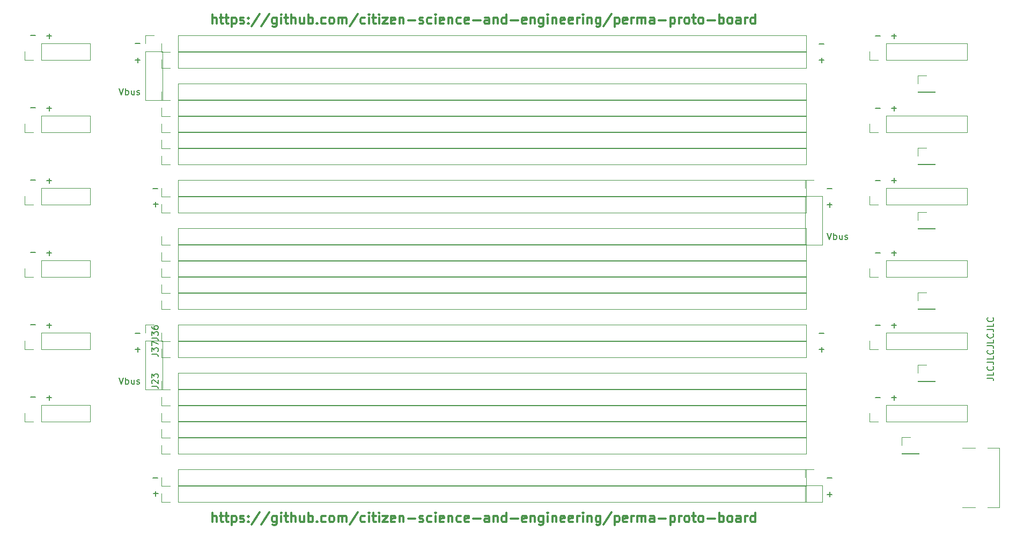
<source format=gbr>
%TF.GenerationSoftware,KiCad,Pcbnew,(6.0.1)*%
%TF.CreationDate,2022-02-23T08:47:03+13:00*%
%TF.ProjectId,perma-proto-board,7065726d-612d-4707-926f-746f2d626f61,rev?*%
%TF.SameCoordinates,Original*%
%TF.FileFunction,Legend,Top*%
%TF.FilePolarity,Positive*%
%FSLAX46Y46*%
G04 Gerber Fmt 4.6, Leading zero omitted, Abs format (unit mm)*
G04 Created by KiCad (PCBNEW (6.0.1)) date 2022-02-23 08:47:03*
%MOMM*%
%LPD*%
G01*
G04 APERTURE LIST*
%ADD10C,0.150000*%
%ADD11C,0.300000*%
%ADD12C,0.120000*%
G04 APERTURE END LIST*
D10*
X200112380Y-85899047D02*
X200826666Y-85899047D01*
X200969523Y-85946666D01*
X201064761Y-86041904D01*
X201112380Y-86184761D01*
X201112380Y-86280000D01*
X201112380Y-84946666D02*
X201112380Y-85422857D01*
X200112380Y-85422857D01*
X201017142Y-84041904D02*
X201064761Y-84089523D01*
X201112380Y-84232380D01*
X201112380Y-84327619D01*
X201064761Y-84470476D01*
X200969523Y-84565714D01*
X200874285Y-84613333D01*
X200683809Y-84660952D01*
X200540952Y-84660952D01*
X200350476Y-84613333D01*
X200255238Y-84565714D01*
X200160000Y-84470476D01*
X200112380Y-84327619D01*
X200112380Y-84232380D01*
X200160000Y-84089523D01*
X200207619Y-84041904D01*
X200112380Y-83327619D02*
X200826666Y-83327619D01*
X200969523Y-83375238D01*
X201064761Y-83470476D01*
X201112380Y-83613333D01*
X201112380Y-83708571D01*
X201112380Y-82375238D02*
X201112380Y-82851428D01*
X200112380Y-82851428D01*
X201017142Y-81470476D02*
X201064761Y-81518095D01*
X201112380Y-81660952D01*
X201112380Y-81756190D01*
X201064761Y-81899047D01*
X200969523Y-81994285D01*
X200874285Y-82041904D01*
X200683809Y-82089523D01*
X200540952Y-82089523D01*
X200350476Y-82041904D01*
X200255238Y-81994285D01*
X200160000Y-81899047D01*
X200112380Y-81756190D01*
X200112380Y-81660952D01*
X200160000Y-81518095D01*
X200207619Y-81470476D01*
X200112380Y-80756190D02*
X200826666Y-80756190D01*
X200969523Y-80803809D01*
X201064761Y-80899047D01*
X201112380Y-81041904D01*
X201112380Y-81137142D01*
X201112380Y-79803809D02*
X201112380Y-80280000D01*
X200112380Y-80280000D01*
X201017142Y-78899047D02*
X201064761Y-78946666D01*
X201112380Y-79089523D01*
X201112380Y-79184761D01*
X201064761Y-79327619D01*
X200969523Y-79422857D01*
X200874285Y-79470476D01*
X200683809Y-79518095D01*
X200540952Y-79518095D01*
X200350476Y-79470476D01*
X200255238Y-79422857D01*
X200160000Y-79327619D01*
X200112380Y-79184761D01*
X200112380Y-79089523D01*
X200160000Y-78946666D01*
X200207619Y-78899047D01*
X200112380Y-78184761D02*
X200826666Y-78184761D01*
X200969523Y-78232380D01*
X201064761Y-78327619D01*
X201112380Y-78470476D01*
X201112380Y-78565714D01*
X201112380Y-77232380D02*
X201112380Y-77708571D01*
X200112380Y-77708571D01*
X201017142Y-76327619D02*
X201064761Y-76375238D01*
X201112380Y-76518095D01*
X201112380Y-76613333D01*
X201064761Y-76756190D01*
X200969523Y-76851428D01*
X200874285Y-76899047D01*
X200683809Y-76946666D01*
X200540952Y-76946666D01*
X200350476Y-76899047D01*
X200255238Y-76851428D01*
X200160000Y-76756190D01*
X200112380Y-76613333D01*
X200112380Y-76518095D01*
X200160000Y-76375238D01*
X200207619Y-76327619D01*
D11*
X77828571Y-108628571D02*
X77828571Y-107128571D01*
X78471428Y-108628571D02*
X78471428Y-107842857D01*
X78400000Y-107700000D01*
X78257142Y-107628571D01*
X78042857Y-107628571D01*
X77900000Y-107700000D01*
X77828571Y-107771428D01*
X78971428Y-107628571D02*
X79542857Y-107628571D01*
X79185714Y-107128571D02*
X79185714Y-108414285D01*
X79257142Y-108557142D01*
X79400000Y-108628571D01*
X79542857Y-108628571D01*
X79828571Y-107628571D02*
X80400000Y-107628571D01*
X80042857Y-107128571D02*
X80042857Y-108414285D01*
X80114285Y-108557142D01*
X80257142Y-108628571D01*
X80400000Y-108628571D01*
X80900000Y-107628571D02*
X80900000Y-109128571D01*
X80900000Y-107700000D02*
X81042857Y-107628571D01*
X81328571Y-107628571D01*
X81471428Y-107700000D01*
X81542857Y-107771428D01*
X81614285Y-107914285D01*
X81614285Y-108342857D01*
X81542857Y-108485714D01*
X81471428Y-108557142D01*
X81328571Y-108628571D01*
X81042857Y-108628571D01*
X80900000Y-108557142D01*
X82185714Y-108557142D02*
X82328571Y-108628571D01*
X82614285Y-108628571D01*
X82757142Y-108557142D01*
X82828571Y-108414285D01*
X82828571Y-108342857D01*
X82757142Y-108200000D01*
X82614285Y-108128571D01*
X82400000Y-108128571D01*
X82257142Y-108057142D01*
X82185714Y-107914285D01*
X82185714Y-107842857D01*
X82257142Y-107700000D01*
X82400000Y-107628571D01*
X82614285Y-107628571D01*
X82757142Y-107700000D01*
X83471428Y-108485714D02*
X83542857Y-108557142D01*
X83471428Y-108628571D01*
X83400000Y-108557142D01*
X83471428Y-108485714D01*
X83471428Y-108628571D01*
X83471428Y-107700000D02*
X83542857Y-107771428D01*
X83471428Y-107842857D01*
X83400000Y-107771428D01*
X83471428Y-107700000D01*
X83471428Y-107842857D01*
X85257142Y-107057142D02*
X83971428Y-108985714D01*
X86828571Y-107057142D02*
X85542857Y-108985714D01*
X87971428Y-107628571D02*
X87971428Y-108842857D01*
X87900000Y-108985714D01*
X87828571Y-109057142D01*
X87685714Y-109128571D01*
X87471428Y-109128571D01*
X87328571Y-109057142D01*
X87971428Y-108557142D02*
X87828571Y-108628571D01*
X87542857Y-108628571D01*
X87400000Y-108557142D01*
X87328571Y-108485714D01*
X87257142Y-108342857D01*
X87257142Y-107914285D01*
X87328571Y-107771428D01*
X87400000Y-107700000D01*
X87542857Y-107628571D01*
X87828571Y-107628571D01*
X87971428Y-107700000D01*
X88685714Y-108628571D02*
X88685714Y-107628571D01*
X88685714Y-107128571D02*
X88614285Y-107200000D01*
X88685714Y-107271428D01*
X88757142Y-107200000D01*
X88685714Y-107128571D01*
X88685714Y-107271428D01*
X89185714Y-107628571D02*
X89757142Y-107628571D01*
X89400000Y-107128571D02*
X89400000Y-108414285D01*
X89471428Y-108557142D01*
X89614285Y-108628571D01*
X89757142Y-108628571D01*
X90257142Y-108628571D02*
X90257142Y-107128571D01*
X90900000Y-108628571D02*
X90900000Y-107842857D01*
X90828571Y-107700000D01*
X90685714Y-107628571D01*
X90471428Y-107628571D01*
X90328571Y-107700000D01*
X90257142Y-107771428D01*
X92257142Y-107628571D02*
X92257142Y-108628571D01*
X91614285Y-107628571D02*
X91614285Y-108414285D01*
X91685714Y-108557142D01*
X91828571Y-108628571D01*
X92042857Y-108628571D01*
X92185714Y-108557142D01*
X92257142Y-108485714D01*
X92971428Y-108628571D02*
X92971428Y-107128571D01*
X92971428Y-107700000D02*
X93114285Y-107628571D01*
X93400000Y-107628571D01*
X93542857Y-107700000D01*
X93614285Y-107771428D01*
X93685714Y-107914285D01*
X93685714Y-108342857D01*
X93614285Y-108485714D01*
X93542857Y-108557142D01*
X93400000Y-108628571D01*
X93114285Y-108628571D01*
X92971428Y-108557142D01*
X94328571Y-108485714D02*
X94400000Y-108557142D01*
X94328571Y-108628571D01*
X94257142Y-108557142D01*
X94328571Y-108485714D01*
X94328571Y-108628571D01*
X95685714Y-108557142D02*
X95542857Y-108628571D01*
X95257142Y-108628571D01*
X95114285Y-108557142D01*
X95042857Y-108485714D01*
X94971428Y-108342857D01*
X94971428Y-107914285D01*
X95042857Y-107771428D01*
X95114285Y-107700000D01*
X95257142Y-107628571D01*
X95542857Y-107628571D01*
X95685714Y-107700000D01*
X96542857Y-108628571D02*
X96400000Y-108557142D01*
X96328571Y-108485714D01*
X96257142Y-108342857D01*
X96257142Y-107914285D01*
X96328571Y-107771428D01*
X96400000Y-107700000D01*
X96542857Y-107628571D01*
X96757142Y-107628571D01*
X96900000Y-107700000D01*
X96971428Y-107771428D01*
X97042857Y-107914285D01*
X97042857Y-108342857D01*
X96971428Y-108485714D01*
X96900000Y-108557142D01*
X96757142Y-108628571D01*
X96542857Y-108628571D01*
X97685714Y-108628571D02*
X97685714Y-107628571D01*
X97685714Y-107771428D02*
X97757142Y-107700000D01*
X97900000Y-107628571D01*
X98114285Y-107628571D01*
X98257142Y-107700000D01*
X98328571Y-107842857D01*
X98328571Y-108628571D01*
X98328571Y-107842857D02*
X98400000Y-107700000D01*
X98542857Y-107628571D01*
X98757142Y-107628571D01*
X98900000Y-107700000D01*
X98971428Y-107842857D01*
X98971428Y-108628571D01*
X100757142Y-107057142D02*
X99471428Y-108985714D01*
X101900000Y-108557142D02*
X101757142Y-108628571D01*
X101471428Y-108628571D01*
X101328571Y-108557142D01*
X101257142Y-108485714D01*
X101185714Y-108342857D01*
X101185714Y-107914285D01*
X101257142Y-107771428D01*
X101328571Y-107700000D01*
X101471428Y-107628571D01*
X101757142Y-107628571D01*
X101900000Y-107700000D01*
X102542857Y-108628571D02*
X102542857Y-107628571D01*
X102542857Y-107128571D02*
X102471428Y-107200000D01*
X102542857Y-107271428D01*
X102614285Y-107200000D01*
X102542857Y-107128571D01*
X102542857Y-107271428D01*
X103042857Y-107628571D02*
X103614285Y-107628571D01*
X103257142Y-107128571D02*
X103257142Y-108414285D01*
X103328571Y-108557142D01*
X103471428Y-108628571D01*
X103614285Y-108628571D01*
X104114285Y-108628571D02*
X104114285Y-107628571D01*
X104114285Y-107128571D02*
X104042857Y-107200000D01*
X104114285Y-107271428D01*
X104185714Y-107200000D01*
X104114285Y-107128571D01*
X104114285Y-107271428D01*
X104685714Y-107628571D02*
X105471428Y-107628571D01*
X104685714Y-108628571D01*
X105471428Y-108628571D01*
X106614285Y-108557142D02*
X106471428Y-108628571D01*
X106185714Y-108628571D01*
X106042857Y-108557142D01*
X105971428Y-108414285D01*
X105971428Y-107842857D01*
X106042857Y-107700000D01*
X106185714Y-107628571D01*
X106471428Y-107628571D01*
X106614285Y-107700000D01*
X106685714Y-107842857D01*
X106685714Y-107985714D01*
X105971428Y-108128571D01*
X107328571Y-107628571D02*
X107328571Y-108628571D01*
X107328571Y-107771428D02*
X107400000Y-107700000D01*
X107542857Y-107628571D01*
X107757142Y-107628571D01*
X107900000Y-107700000D01*
X107971428Y-107842857D01*
X107971428Y-108628571D01*
X108685714Y-108057142D02*
X109828571Y-108057142D01*
X110471428Y-108557142D02*
X110614285Y-108628571D01*
X110900000Y-108628571D01*
X111042857Y-108557142D01*
X111114285Y-108414285D01*
X111114285Y-108342857D01*
X111042857Y-108200000D01*
X110900000Y-108128571D01*
X110685714Y-108128571D01*
X110542857Y-108057142D01*
X110471428Y-107914285D01*
X110471428Y-107842857D01*
X110542857Y-107700000D01*
X110685714Y-107628571D01*
X110900000Y-107628571D01*
X111042857Y-107700000D01*
X112400000Y-108557142D02*
X112257142Y-108628571D01*
X111971428Y-108628571D01*
X111828571Y-108557142D01*
X111757142Y-108485714D01*
X111685714Y-108342857D01*
X111685714Y-107914285D01*
X111757142Y-107771428D01*
X111828571Y-107700000D01*
X111971428Y-107628571D01*
X112257142Y-107628571D01*
X112400000Y-107700000D01*
X113042857Y-108628571D02*
X113042857Y-107628571D01*
X113042857Y-107128571D02*
X112971428Y-107200000D01*
X113042857Y-107271428D01*
X113114285Y-107200000D01*
X113042857Y-107128571D01*
X113042857Y-107271428D01*
X114328571Y-108557142D02*
X114185714Y-108628571D01*
X113900000Y-108628571D01*
X113757142Y-108557142D01*
X113685714Y-108414285D01*
X113685714Y-107842857D01*
X113757142Y-107700000D01*
X113900000Y-107628571D01*
X114185714Y-107628571D01*
X114328571Y-107700000D01*
X114400000Y-107842857D01*
X114400000Y-107985714D01*
X113685714Y-108128571D01*
X115042857Y-107628571D02*
X115042857Y-108628571D01*
X115042857Y-107771428D02*
X115114285Y-107700000D01*
X115257142Y-107628571D01*
X115471428Y-107628571D01*
X115614285Y-107700000D01*
X115685714Y-107842857D01*
X115685714Y-108628571D01*
X117042857Y-108557142D02*
X116900000Y-108628571D01*
X116614285Y-108628571D01*
X116471428Y-108557142D01*
X116400000Y-108485714D01*
X116328571Y-108342857D01*
X116328571Y-107914285D01*
X116400000Y-107771428D01*
X116471428Y-107700000D01*
X116614285Y-107628571D01*
X116900000Y-107628571D01*
X117042857Y-107700000D01*
X118257142Y-108557142D02*
X118114285Y-108628571D01*
X117828571Y-108628571D01*
X117685714Y-108557142D01*
X117614285Y-108414285D01*
X117614285Y-107842857D01*
X117685714Y-107700000D01*
X117828571Y-107628571D01*
X118114285Y-107628571D01*
X118257142Y-107700000D01*
X118328571Y-107842857D01*
X118328571Y-107985714D01*
X117614285Y-108128571D01*
X118971428Y-108057142D02*
X120114285Y-108057142D01*
X121471428Y-108628571D02*
X121471428Y-107842857D01*
X121399999Y-107700000D01*
X121257142Y-107628571D01*
X120971428Y-107628571D01*
X120828571Y-107700000D01*
X121471428Y-108557142D02*
X121328571Y-108628571D01*
X120971428Y-108628571D01*
X120828571Y-108557142D01*
X120757142Y-108414285D01*
X120757142Y-108271428D01*
X120828571Y-108128571D01*
X120971428Y-108057142D01*
X121328571Y-108057142D01*
X121471428Y-107985714D01*
X122185714Y-107628571D02*
X122185714Y-108628571D01*
X122185714Y-107771428D02*
X122257142Y-107700000D01*
X122400000Y-107628571D01*
X122614285Y-107628571D01*
X122757142Y-107700000D01*
X122828571Y-107842857D01*
X122828571Y-108628571D01*
X124185714Y-108628571D02*
X124185714Y-107128571D01*
X124185714Y-108557142D02*
X124042857Y-108628571D01*
X123757142Y-108628571D01*
X123614285Y-108557142D01*
X123542857Y-108485714D01*
X123471428Y-108342857D01*
X123471428Y-107914285D01*
X123542857Y-107771428D01*
X123614285Y-107700000D01*
X123757142Y-107628571D01*
X124042857Y-107628571D01*
X124185714Y-107700000D01*
X124900000Y-108057142D02*
X126042857Y-108057142D01*
X127328571Y-108557142D02*
X127185714Y-108628571D01*
X126900000Y-108628571D01*
X126757142Y-108557142D01*
X126685714Y-108414285D01*
X126685714Y-107842857D01*
X126757142Y-107700000D01*
X126900000Y-107628571D01*
X127185714Y-107628571D01*
X127328571Y-107700000D01*
X127400000Y-107842857D01*
X127400000Y-107985714D01*
X126685714Y-108128571D01*
X128042857Y-107628571D02*
X128042857Y-108628571D01*
X128042857Y-107771428D02*
X128114285Y-107700000D01*
X128257142Y-107628571D01*
X128471428Y-107628571D01*
X128614285Y-107700000D01*
X128685714Y-107842857D01*
X128685714Y-108628571D01*
X130042857Y-107628571D02*
X130042857Y-108842857D01*
X129971428Y-108985714D01*
X129900000Y-109057142D01*
X129757142Y-109128571D01*
X129542857Y-109128571D01*
X129400000Y-109057142D01*
X130042857Y-108557142D02*
X129900000Y-108628571D01*
X129614285Y-108628571D01*
X129471428Y-108557142D01*
X129400000Y-108485714D01*
X129328571Y-108342857D01*
X129328571Y-107914285D01*
X129400000Y-107771428D01*
X129471428Y-107700000D01*
X129614285Y-107628571D01*
X129900000Y-107628571D01*
X130042857Y-107700000D01*
X130757142Y-108628571D02*
X130757142Y-107628571D01*
X130757142Y-107128571D02*
X130685714Y-107200000D01*
X130757142Y-107271428D01*
X130828571Y-107200000D01*
X130757142Y-107128571D01*
X130757142Y-107271428D01*
X131471428Y-107628571D02*
X131471428Y-108628571D01*
X131471428Y-107771428D02*
X131542857Y-107700000D01*
X131685714Y-107628571D01*
X131900000Y-107628571D01*
X132042857Y-107700000D01*
X132114285Y-107842857D01*
X132114285Y-108628571D01*
X133400000Y-108557142D02*
X133257142Y-108628571D01*
X132971428Y-108628571D01*
X132828571Y-108557142D01*
X132757142Y-108414285D01*
X132757142Y-107842857D01*
X132828571Y-107700000D01*
X132971428Y-107628571D01*
X133257142Y-107628571D01*
X133400000Y-107700000D01*
X133471428Y-107842857D01*
X133471428Y-107985714D01*
X132757142Y-108128571D01*
X134685714Y-108557142D02*
X134542857Y-108628571D01*
X134257142Y-108628571D01*
X134114285Y-108557142D01*
X134042857Y-108414285D01*
X134042857Y-107842857D01*
X134114285Y-107700000D01*
X134257142Y-107628571D01*
X134542857Y-107628571D01*
X134685714Y-107700000D01*
X134757142Y-107842857D01*
X134757142Y-107985714D01*
X134042857Y-108128571D01*
X135400000Y-108628571D02*
X135400000Y-107628571D01*
X135400000Y-107914285D02*
X135471428Y-107771428D01*
X135542857Y-107700000D01*
X135685714Y-107628571D01*
X135828571Y-107628571D01*
X136328571Y-108628571D02*
X136328571Y-107628571D01*
X136328571Y-107128571D02*
X136257142Y-107200000D01*
X136328571Y-107271428D01*
X136400000Y-107200000D01*
X136328571Y-107128571D01*
X136328571Y-107271428D01*
X137042857Y-107628571D02*
X137042857Y-108628571D01*
X137042857Y-107771428D02*
X137114285Y-107700000D01*
X137257142Y-107628571D01*
X137471428Y-107628571D01*
X137614285Y-107700000D01*
X137685714Y-107842857D01*
X137685714Y-108628571D01*
X139042857Y-107628571D02*
X139042857Y-108842857D01*
X138971428Y-108985714D01*
X138900000Y-109057142D01*
X138757142Y-109128571D01*
X138542857Y-109128571D01*
X138400000Y-109057142D01*
X139042857Y-108557142D02*
X138900000Y-108628571D01*
X138614285Y-108628571D01*
X138471428Y-108557142D01*
X138400000Y-108485714D01*
X138328571Y-108342857D01*
X138328571Y-107914285D01*
X138400000Y-107771428D01*
X138471428Y-107700000D01*
X138614285Y-107628571D01*
X138900000Y-107628571D01*
X139042857Y-107700000D01*
X140828571Y-107057142D02*
X139542857Y-108985714D01*
X141328571Y-107628571D02*
X141328571Y-109128571D01*
X141328571Y-107700000D02*
X141471428Y-107628571D01*
X141757142Y-107628571D01*
X141900000Y-107700000D01*
X141971428Y-107771428D01*
X142042857Y-107914285D01*
X142042857Y-108342857D01*
X141971428Y-108485714D01*
X141900000Y-108557142D01*
X141757142Y-108628571D01*
X141471428Y-108628571D01*
X141328571Y-108557142D01*
X143257142Y-108557142D02*
X143114285Y-108628571D01*
X142828571Y-108628571D01*
X142685714Y-108557142D01*
X142614285Y-108414285D01*
X142614285Y-107842857D01*
X142685714Y-107700000D01*
X142828571Y-107628571D01*
X143114285Y-107628571D01*
X143257142Y-107700000D01*
X143328571Y-107842857D01*
X143328571Y-107985714D01*
X142614285Y-108128571D01*
X143971428Y-108628571D02*
X143971428Y-107628571D01*
X143971428Y-107914285D02*
X144042857Y-107771428D01*
X144114285Y-107700000D01*
X144257142Y-107628571D01*
X144400000Y-107628571D01*
X144900000Y-108628571D02*
X144900000Y-107628571D01*
X144900000Y-107771428D02*
X144971428Y-107700000D01*
X145114285Y-107628571D01*
X145328571Y-107628571D01*
X145471428Y-107700000D01*
X145542857Y-107842857D01*
X145542857Y-108628571D01*
X145542857Y-107842857D02*
X145614285Y-107700000D01*
X145757142Y-107628571D01*
X145971428Y-107628571D01*
X146114285Y-107700000D01*
X146185714Y-107842857D01*
X146185714Y-108628571D01*
X147542857Y-108628571D02*
X147542857Y-107842857D01*
X147471428Y-107700000D01*
X147328571Y-107628571D01*
X147042857Y-107628571D01*
X146900000Y-107700000D01*
X147542857Y-108557142D02*
X147400000Y-108628571D01*
X147042857Y-108628571D01*
X146900000Y-108557142D01*
X146828571Y-108414285D01*
X146828571Y-108271428D01*
X146900000Y-108128571D01*
X147042857Y-108057142D01*
X147400000Y-108057142D01*
X147542857Y-107985714D01*
X148257142Y-108057142D02*
X149400000Y-108057142D01*
X150114285Y-107628571D02*
X150114285Y-109128571D01*
X150114285Y-107700000D02*
X150257142Y-107628571D01*
X150542857Y-107628571D01*
X150685714Y-107700000D01*
X150757142Y-107771428D01*
X150828571Y-107914285D01*
X150828571Y-108342857D01*
X150757142Y-108485714D01*
X150685714Y-108557142D01*
X150542857Y-108628571D01*
X150257142Y-108628571D01*
X150114285Y-108557142D01*
X151471428Y-108628571D02*
X151471428Y-107628571D01*
X151471428Y-107914285D02*
X151542857Y-107771428D01*
X151614285Y-107700000D01*
X151757142Y-107628571D01*
X151899999Y-107628571D01*
X152614285Y-108628571D02*
X152471428Y-108557142D01*
X152399999Y-108485714D01*
X152328571Y-108342857D01*
X152328571Y-107914285D01*
X152399999Y-107771428D01*
X152471428Y-107700000D01*
X152614285Y-107628571D01*
X152828571Y-107628571D01*
X152971428Y-107700000D01*
X153042857Y-107771428D01*
X153114285Y-107914285D01*
X153114285Y-108342857D01*
X153042857Y-108485714D01*
X152971428Y-108557142D01*
X152828571Y-108628571D01*
X152614285Y-108628571D01*
X153542857Y-107628571D02*
X154114285Y-107628571D01*
X153757142Y-107128571D02*
X153757142Y-108414285D01*
X153828571Y-108557142D01*
X153971428Y-108628571D01*
X154114285Y-108628571D01*
X154828571Y-108628571D02*
X154685714Y-108557142D01*
X154614285Y-108485714D01*
X154542857Y-108342857D01*
X154542857Y-107914285D01*
X154614285Y-107771428D01*
X154685714Y-107700000D01*
X154828571Y-107628571D01*
X155042857Y-107628571D01*
X155185714Y-107700000D01*
X155257142Y-107771428D01*
X155328571Y-107914285D01*
X155328571Y-108342857D01*
X155257142Y-108485714D01*
X155185714Y-108557142D01*
X155042857Y-108628571D01*
X154828571Y-108628571D01*
X155971428Y-108057142D02*
X157114285Y-108057142D01*
X157828571Y-108628571D02*
X157828571Y-107128571D01*
X157828571Y-107700000D02*
X157971428Y-107628571D01*
X158257142Y-107628571D01*
X158399999Y-107700000D01*
X158471428Y-107771428D01*
X158542857Y-107914285D01*
X158542857Y-108342857D01*
X158471428Y-108485714D01*
X158399999Y-108557142D01*
X158257142Y-108628571D01*
X157971428Y-108628571D01*
X157828571Y-108557142D01*
X159399999Y-108628571D02*
X159257142Y-108557142D01*
X159185714Y-108485714D01*
X159114285Y-108342857D01*
X159114285Y-107914285D01*
X159185714Y-107771428D01*
X159257142Y-107700000D01*
X159399999Y-107628571D01*
X159614285Y-107628571D01*
X159757142Y-107700000D01*
X159828571Y-107771428D01*
X159899999Y-107914285D01*
X159899999Y-108342857D01*
X159828571Y-108485714D01*
X159757142Y-108557142D01*
X159614285Y-108628571D01*
X159399999Y-108628571D01*
X161185714Y-108628571D02*
X161185714Y-107842857D01*
X161114285Y-107700000D01*
X160971428Y-107628571D01*
X160685714Y-107628571D01*
X160542857Y-107700000D01*
X161185714Y-108557142D02*
X161042857Y-108628571D01*
X160685714Y-108628571D01*
X160542857Y-108557142D01*
X160471428Y-108414285D01*
X160471428Y-108271428D01*
X160542857Y-108128571D01*
X160685714Y-108057142D01*
X161042857Y-108057142D01*
X161185714Y-107985714D01*
X161899999Y-108628571D02*
X161899999Y-107628571D01*
X161899999Y-107914285D02*
X161971428Y-107771428D01*
X162042857Y-107700000D01*
X162185714Y-107628571D01*
X162328571Y-107628571D01*
X163471428Y-108628571D02*
X163471428Y-107128571D01*
X163471428Y-108557142D02*
X163328571Y-108628571D01*
X163042857Y-108628571D01*
X162899999Y-108557142D01*
X162828571Y-108485714D01*
X162757142Y-108342857D01*
X162757142Y-107914285D01*
X162828571Y-107771428D01*
X162899999Y-107700000D01*
X163042857Y-107628571D01*
X163328571Y-107628571D01*
X163471428Y-107700000D01*
X77828571Y-29888571D02*
X77828571Y-28388571D01*
X78471428Y-29888571D02*
X78471428Y-29102857D01*
X78400000Y-28960000D01*
X78257142Y-28888571D01*
X78042857Y-28888571D01*
X77900000Y-28960000D01*
X77828571Y-29031428D01*
X78971428Y-28888571D02*
X79542857Y-28888571D01*
X79185714Y-28388571D02*
X79185714Y-29674285D01*
X79257142Y-29817142D01*
X79400000Y-29888571D01*
X79542857Y-29888571D01*
X79828571Y-28888571D02*
X80400000Y-28888571D01*
X80042857Y-28388571D02*
X80042857Y-29674285D01*
X80114285Y-29817142D01*
X80257142Y-29888571D01*
X80400000Y-29888571D01*
X80900000Y-28888571D02*
X80900000Y-30388571D01*
X80900000Y-28960000D02*
X81042857Y-28888571D01*
X81328571Y-28888571D01*
X81471428Y-28960000D01*
X81542857Y-29031428D01*
X81614285Y-29174285D01*
X81614285Y-29602857D01*
X81542857Y-29745714D01*
X81471428Y-29817142D01*
X81328571Y-29888571D01*
X81042857Y-29888571D01*
X80900000Y-29817142D01*
X82185714Y-29817142D02*
X82328571Y-29888571D01*
X82614285Y-29888571D01*
X82757142Y-29817142D01*
X82828571Y-29674285D01*
X82828571Y-29602857D01*
X82757142Y-29460000D01*
X82614285Y-29388571D01*
X82400000Y-29388571D01*
X82257142Y-29317142D01*
X82185714Y-29174285D01*
X82185714Y-29102857D01*
X82257142Y-28960000D01*
X82400000Y-28888571D01*
X82614285Y-28888571D01*
X82757142Y-28960000D01*
X83471428Y-29745714D02*
X83542857Y-29817142D01*
X83471428Y-29888571D01*
X83400000Y-29817142D01*
X83471428Y-29745714D01*
X83471428Y-29888571D01*
X83471428Y-28960000D02*
X83542857Y-29031428D01*
X83471428Y-29102857D01*
X83400000Y-29031428D01*
X83471428Y-28960000D01*
X83471428Y-29102857D01*
X85257142Y-28317142D02*
X83971428Y-30245714D01*
X86828571Y-28317142D02*
X85542857Y-30245714D01*
X87971428Y-28888571D02*
X87971428Y-30102857D01*
X87900000Y-30245714D01*
X87828571Y-30317142D01*
X87685714Y-30388571D01*
X87471428Y-30388571D01*
X87328571Y-30317142D01*
X87971428Y-29817142D02*
X87828571Y-29888571D01*
X87542857Y-29888571D01*
X87400000Y-29817142D01*
X87328571Y-29745714D01*
X87257142Y-29602857D01*
X87257142Y-29174285D01*
X87328571Y-29031428D01*
X87400000Y-28960000D01*
X87542857Y-28888571D01*
X87828571Y-28888571D01*
X87971428Y-28960000D01*
X88685714Y-29888571D02*
X88685714Y-28888571D01*
X88685714Y-28388571D02*
X88614285Y-28460000D01*
X88685714Y-28531428D01*
X88757142Y-28460000D01*
X88685714Y-28388571D01*
X88685714Y-28531428D01*
X89185714Y-28888571D02*
X89757142Y-28888571D01*
X89400000Y-28388571D02*
X89400000Y-29674285D01*
X89471428Y-29817142D01*
X89614285Y-29888571D01*
X89757142Y-29888571D01*
X90257142Y-29888571D02*
X90257142Y-28388571D01*
X90900000Y-29888571D02*
X90900000Y-29102857D01*
X90828571Y-28960000D01*
X90685714Y-28888571D01*
X90471428Y-28888571D01*
X90328571Y-28960000D01*
X90257142Y-29031428D01*
X92257142Y-28888571D02*
X92257142Y-29888571D01*
X91614285Y-28888571D02*
X91614285Y-29674285D01*
X91685714Y-29817142D01*
X91828571Y-29888571D01*
X92042857Y-29888571D01*
X92185714Y-29817142D01*
X92257142Y-29745714D01*
X92971428Y-29888571D02*
X92971428Y-28388571D01*
X92971428Y-28960000D02*
X93114285Y-28888571D01*
X93400000Y-28888571D01*
X93542857Y-28960000D01*
X93614285Y-29031428D01*
X93685714Y-29174285D01*
X93685714Y-29602857D01*
X93614285Y-29745714D01*
X93542857Y-29817142D01*
X93400000Y-29888571D01*
X93114285Y-29888571D01*
X92971428Y-29817142D01*
X94328571Y-29745714D02*
X94400000Y-29817142D01*
X94328571Y-29888571D01*
X94257142Y-29817142D01*
X94328571Y-29745714D01*
X94328571Y-29888571D01*
X95685714Y-29817142D02*
X95542857Y-29888571D01*
X95257142Y-29888571D01*
X95114285Y-29817142D01*
X95042857Y-29745714D01*
X94971428Y-29602857D01*
X94971428Y-29174285D01*
X95042857Y-29031428D01*
X95114285Y-28960000D01*
X95257142Y-28888571D01*
X95542857Y-28888571D01*
X95685714Y-28960000D01*
X96542857Y-29888571D02*
X96400000Y-29817142D01*
X96328571Y-29745714D01*
X96257142Y-29602857D01*
X96257142Y-29174285D01*
X96328571Y-29031428D01*
X96400000Y-28960000D01*
X96542857Y-28888571D01*
X96757142Y-28888571D01*
X96900000Y-28960000D01*
X96971428Y-29031428D01*
X97042857Y-29174285D01*
X97042857Y-29602857D01*
X96971428Y-29745714D01*
X96900000Y-29817142D01*
X96757142Y-29888571D01*
X96542857Y-29888571D01*
X97685714Y-29888571D02*
X97685714Y-28888571D01*
X97685714Y-29031428D02*
X97757142Y-28960000D01*
X97900000Y-28888571D01*
X98114285Y-28888571D01*
X98257142Y-28960000D01*
X98328571Y-29102857D01*
X98328571Y-29888571D01*
X98328571Y-29102857D02*
X98400000Y-28960000D01*
X98542857Y-28888571D01*
X98757142Y-28888571D01*
X98900000Y-28960000D01*
X98971428Y-29102857D01*
X98971428Y-29888571D01*
X100757142Y-28317142D02*
X99471428Y-30245714D01*
X101900000Y-29817142D02*
X101757142Y-29888571D01*
X101471428Y-29888571D01*
X101328571Y-29817142D01*
X101257142Y-29745714D01*
X101185714Y-29602857D01*
X101185714Y-29174285D01*
X101257142Y-29031428D01*
X101328571Y-28960000D01*
X101471428Y-28888571D01*
X101757142Y-28888571D01*
X101900000Y-28960000D01*
X102542857Y-29888571D02*
X102542857Y-28888571D01*
X102542857Y-28388571D02*
X102471428Y-28460000D01*
X102542857Y-28531428D01*
X102614285Y-28460000D01*
X102542857Y-28388571D01*
X102542857Y-28531428D01*
X103042857Y-28888571D02*
X103614285Y-28888571D01*
X103257142Y-28388571D02*
X103257142Y-29674285D01*
X103328571Y-29817142D01*
X103471428Y-29888571D01*
X103614285Y-29888571D01*
X104114285Y-29888571D02*
X104114285Y-28888571D01*
X104114285Y-28388571D02*
X104042857Y-28460000D01*
X104114285Y-28531428D01*
X104185714Y-28460000D01*
X104114285Y-28388571D01*
X104114285Y-28531428D01*
X104685714Y-28888571D02*
X105471428Y-28888571D01*
X104685714Y-29888571D01*
X105471428Y-29888571D01*
X106614285Y-29817142D02*
X106471428Y-29888571D01*
X106185714Y-29888571D01*
X106042857Y-29817142D01*
X105971428Y-29674285D01*
X105971428Y-29102857D01*
X106042857Y-28960000D01*
X106185714Y-28888571D01*
X106471428Y-28888571D01*
X106614285Y-28960000D01*
X106685714Y-29102857D01*
X106685714Y-29245714D01*
X105971428Y-29388571D01*
X107328571Y-28888571D02*
X107328571Y-29888571D01*
X107328571Y-29031428D02*
X107400000Y-28960000D01*
X107542857Y-28888571D01*
X107757142Y-28888571D01*
X107900000Y-28960000D01*
X107971428Y-29102857D01*
X107971428Y-29888571D01*
X108685714Y-29317142D02*
X109828571Y-29317142D01*
X110471428Y-29817142D02*
X110614285Y-29888571D01*
X110900000Y-29888571D01*
X111042857Y-29817142D01*
X111114285Y-29674285D01*
X111114285Y-29602857D01*
X111042857Y-29460000D01*
X110900000Y-29388571D01*
X110685714Y-29388571D01*
X110542857Y-29317142D01*
X110471428Y-29174285D01*
X110471428Y-29102857D01*
X110542857Y-28960000D01*
X110685714Y-28888571D01*
X110900000Y-28888571D01*
X111042857Y-28960000D01*
X112400000Y-29817142D02*
X112257142Y-29888571D01*
X111971428Y-29888571D01*
X111828571Y-29817142D01*
X111757142Y-29745714D01*
X111685714Y-29602857D01*
X111685714Y-29174285D01*
X111757142Y-29031428D01*
X111828571Y-28960000D01*
X111971428Y-28888571D01*
X112257142Y-28888571D01*
X112400000Y-28960000D01*
X113042857Y-29888571D02*
X113042857Y-28888571D01*
X113042857Y-28388571D02*
X112971428Y-28460000D01*
X113042857Y-28531428D01*
X113114285Y-28460000D01*
X113042857Y-28388571D01*
X113042857Y-28531428D01*
X114328571Y-29817142D02*
X114185714Y-29888571D01*
X113900000Y-29888571D01*
X113757142Y-29817142D01*
X113685714Y-29674285D01*
X113685714Y-29102857D01*
X113757142Y-28960000D01*
X113900000Y-28888571D01*
X114185714Y-28888571D01*
X114328571Y-28960000D01*
X114400000Y-29102857D01*
X114400000Y-29245714D01*
X113685714Y-29388571D01*
X115042857Y-28888571D02*
X115042857Y-29888571D01*
X115042857Y-29031428D02*
X115114285Y-28960000D01*
X115257142Y-28888571D01*
X115471428Y-28888571D01*
X115614285Y-28960000D01*
X115685714Y-29102857D01*
X115685714Y-29888571D01*
X117042857Y-29817142D02*
X116900000Y-29888571D01*
X116614285Y-29888571D01*
X116471428Y-29817142D01*
X116400000Y-29745714D01*
X116328571Y-29602857D01*
X116328571Y-29174285D01*
X116400000Y-29031428D01*
X116471428Y-28960000D01*
X116614285Y-28888571D01*
X116900000Y-28888571D01*
X117042857Y-28960000D01*
X118257142Y-29817142D02*
X118114285Y-29888571D01*
X117828571Y-29888571D01*
X117685714Y-29817142D01*
X117614285Y-29674285D01*
X117614285Y-29102857D01*
X117685714Y-28960000D01*
X117828571Y-28888571D01*
X118114285Y-28888571D01*
X118257142Y-28960000D01*
X118328571Y-29102857D01*
X118328571Y-29245714D01*
X117614285Y-29388571D01*
X118971428Y-29317142D02*
X120114285Y-29317142D01*
X121471428Y-29888571D02*
X121471428Y-29102857D01*
X121399999Y-28960000D01*
X121257142Y-28888571D01*
X120971428Y-28888571D01*
X120828571Y-28960000D01*
X121471428Y-29817142D02*
X121328571Y-29888571D01*
X120971428Y-29888571D01*
X120828571Y-29817142D01*
X120757142Y-29674285D01*
X120757142Y-29531428D01*
X120828571Y-29388571D01*
X120971428Y-29317142D01*
X121328571Y-29317142D01*
X121471428Y-29245714D01*
X122185714Y-28888571D02*
X122185714Y-29888571D01*
X122185714Y-29031428D02*
X122257142Y-28960000D01*
X122400000Y-28888571D01*
X122614285Y-28888571D01*
X122757142Y-28960000D01*
X122828571Y-29102857D01*
X122828571Y-29888571D01*
X124185714Y-29888571D02*
X124185714Y-28388571D01*
X124185714Y-29817142D02*
X124042857Y-29888571D01*
X123757142Y-29888571D01*
X123614285Y-29817142D01*
X123542857Y-29745714D01*
X123471428Y-29602857D01*
X123471428Y-29174285D01*
X123542857Y-29031428D01*
X123614285Y-28960000D01*
X123757142Y-28888571D01*
X124042857Y-28888571D01*
X124185714Y-28960000D01*
X124900000Y-29317142D02*
X126042857Y-29317142D01*
X127328571Y-29817142D02*
X127185714Y-29888571D01*
X126900000Y-29888571D01*
X126757142Y-29817142D01*
X126685714Y-29674285D01*
X126685714Y-29102857D01*
X126757142Y-28960000D01*
X126900000Y-28888571D01*
X127185714Y-28888571D01*
X127328571Y-28960000D01*
X127400000Y-29102857D01*
X127400000Y-29245714D01*
X126685714Y-29388571D01*
X128042857Y-28888571D02*
X128042857Y-29888571D01*
X128042857Y-29031428D02*
X128114285Y-28960000D01*
X128257142Y-28888571D01*
X128471428Y-28888571D01*
X128614285Y-28960000D01*
X128685714Y-29102857D01*
X128685714Y-29888571D01*
X130042857Y-28888571D02*
X130042857Y-30102857D01*
X129971428Y-30245714D01*
X129900000Y-30317142D01*
X129757142Y-30388571D01*
X129542857Y-30388571D01*
X129400000Y-30317142D01*
X130042857Y-29817142D02*
X129900000Y-29888571D01*
X129614285Y-29888571D01*
X129471428Y-29817142D01*
X129400000Y-29745714D01*
X129328571Y-29602857D01*
X129328571Y-29174285D01*
X129400000Y-29031428D01*
X129471428Y-28960000D01*
X129614285Y-28888571D01*
X129900000Y-28888571D01*
X130042857Y-28960000D01*
X130757142Y-29888571D02*
X130757142Y-28888571D01*
X130757142Y-28388571D02*
X130685714Y-28460000D01*
X130757142Y-28531428D01*
X130828571Y-28460000D01*
X130757142Y-28388571D01*
X130757142Y-28531428D01*
X131471428Y-28888571D02*
X131471428Y-29888571D01*
X131471428Y-29031428D02*
X131542857Y-28960000D01*
X131685714Y-28888571D01*
X131900000Y-28888571D01*
X132042857Y-28960000D01*
X132114285Y-29102857D01*
X132114285Y-29888571D01*
X133400000Y-29817142D02*
X133257142Y-29888571D01*
X132971428Y-29888571D01*
X132828571Y-29817142D01*
X132757142Y-29674285D01*
X132757142Y-29102857D01*
X132828571Y-28960000D01*
X132971428Y-28888571D01*
X133257142Y-28888571D01*
X133400000Y-28960000D01*
X133471428Y-29102857D01*
X133471428Y-29245714D01*
X132757142Y-29388571D01*
X134685714Y-29817142D02*
X134542857Y-29888571D01*
X134257142Y-29888571D01*
X134114285Y-29817142D01*
X134042857Y-29674285D01*
X134042857Y-29102857D01*
X134114285Y-28960000D01*
X134257142Y-28888571D01*
X134542857Y-28888571D01*
X134685714Y-28960000D01*
X134757142Y-29102857D01*
X134757142Y-29245714D01*
X134042857Y-29388571D01*
X135400000Y-29888571D02*
X135400000Y-28888571D01*
X135400000Y-29174285D02*
X135471428Y-29031428D01*
X135542857Y-28960000D01*
X135685714Y-28888571D01*
X135828571Y-28888571D01*
X136328571Y-29888571D02*
X136328571Y-28888571D01*
X136328571Y-28388571D02*
X136257142Y-28460000D01*
X136328571Y-28531428D01*
X136400000Y-28460000D01*
X136328571Y-28388571D01*
X136328571Y-28531428D01*
X137042857Y-28888571D02*
X137042857Y-29888571D01*
X137042857Y-29031428D02*
X137114285Y-28960000D01*
X137257142Y-28888571D01*
X137471428Y-28888571D01*
X137614285Y-28960000D01*
X137685714Y-29102857D01*
X137685714Y-29888571D01*
X139042857Y-28888571D02*
X139042857Y-30102857D01*
X138971428Y-30245714D01*
X138900000Y-30317142D01*
X138757142Y-30388571D01*
X138542857Y-30388571D01*
X138400000Y-30317142D01*
X139042857Y-29817142D02*
X138900000Y-29888571D01*
X138614285Y-29888571D01*
X138471428Y-29817142D01*
X138400000Y-29745714D01*
X138328571Y-29602857D01*
X138328571Y-29174285D01*
X138400000Y-29031428D01*
X138471428Y-28960000D01*
X138614285Y-28888571D01*
X138900000Y-28888571D01*
X139042857Y-28960000D01*
X140828571Y-28317142D02*
X139542857Y-30245714D01*
X141328571Y-28888571D02*
X141328571Y-30388571D01*
X141328571Y-28960000D02*
X141471428Y-28888571D01*
X141757142Y-28888571D01*
X141900000Y-28960000D01*
X141971428Y-29031428D01*
X142042857Y-29174285D01*
X142042857Y-29602857D01*
X141971428Y-29745714D01*
X141900000Y-29817142D01*
X141757142Y-29888571D01*
X141471428Y-29888571D01*
X141328571Y-29817142D01*
X143257142Y-29817142D02*
X143114285Y-29888571D01*
X142828571Y-29888571D01*
X142685714Y-29817142D01*
X142614285Y-29674285D01*
X142614285Y-29102857D01*
X142685714Y-28960000D01*
X142828571Y-28888571D01*
X143114285Y-28888571D01*
X143257142Y-28960000D01*
X143328571Y-29102857D01*
X143328571Y-29245714D01*
X142614285Y-29388571D01*
X143971428Y-29888571D02*
X143971428Y-28888571D01*
X143971428Y-29174285D02*
X144042857Y-29031428D01*
X144114285Y-28960000D01*
X144257142Y-28888571D01*
X144400000Y-28888571D01*
X144900000Y-29888571D02*
X144900000Y-28888571D01*
X144900000Y-29031428D02*
X144971428Y-28960000D01*
X145114285Y-28888571D01*
X145328571Y-28888571D01*
X145471428Y-28960000D01*
X145542857Y-29102857D01*
X145542857Y-29888571D01*
X145542857Y-29102857D02*
X145614285Y-28960000D01*
X145757142Y-28888571D01*
X145971428Y-28888571D01*
X146114285Y-28960000D01*
X146185714Y-29102857D01*
X146185714Y-29888571D01*
X147542857Y-29888571D02*
X147542857Y-29102857D01*
X147471428Y-28960000D01*
X147328571Y-28888571D01*
X147042857Y-28888571D01*
X146900000Y-28960000D01*
X147542857Y-29817142D02*
X147400000Y-29888571D01*
X147042857Y-29888571D01*
X146900000Y-29817142D01*
X146828571Y-29674285D01*
X146828571Y-29531428D01*
X146900000Y-29388571D01*
X147042857Y-29317142D01*
X147400000Y-29317142D01*
X147542857Y-29245714D01*
X148257142Y-29317142D02*
X149400000Y-29317142D01*
X150114285Y-28888571D02*
X150114285Y-30388571D01*
X150114285Y-28960000D02*
X150257142Y-28888571D01*
X150542857Y-28888571D01*
X150685714Y-28960000D01*
X150757142Y-29031428D01*
X150828571Y-29174285D01*
X150828571Y-29602857D01*
X150757142Y-29745714D01*
X150685714Y-29817142D01*
X150542857Y-29888571D01*
X150257142Y-29888571D01*
X150114285Y-29817142D01*
X151471428Y-29888571D02*
X151471428Y-28888571D01*
X151471428Y-29174285D02*
X151542857Y-29031428D01*
X151614285Y-28960000D01*
X151757142Y-28888571D01*
X151899999Y-28888571D01*
X152614285Y-29888571D02*
X152471428Y-29817142D01*
X152399999Y-29745714D01*
X152328571Y-29602857D01*
X152328571Y-29174285D01*
X152399999Y-29031428D01*
X152471428Y-28960000D01*
X152614285Y-28888571D01*
X152828571Y-28888571D01*
X152971428Y-28960000D01*
X153042857Y-29031428D01*
X153114285Y-29174285D01*
X153114285Y-29602857D01*
X153042857Y-29745714D01*
X152971428Y-29817142D01*
X152828571Y-29888571D01*
X152614285Y-29888571D01*
X153542857Y-28888571D02*
X154114285Y-28888571D01*
X153757142Y-28388571D02*
X153757142Y-29674285D01*
X153828571Y-29817142D01*
X153971428Y-29888571D01*
X154114285Y-29888571D01*
X154828571Y-29888571D02*
X154685714Y-29817142D01*
X154614285Y-29745714D01*
X154542857Y-29602857D01*
X154542857Y-29174285D01*
X154614285Y-29031428D01*
X154685714Y-28960000D01*
X154828571Y-28888571D01*
X155042857Y-28888571D01*
X155185714Y-28960000D01*
X155257142Y-29031428D01*
X155328571Y-29174285D01*
X155328571Y-29602857D01*
X155257142Y-29745714D01*
X155185714Y-29817142D01*
X155042857Y-29888571D01*
X154828571Y-29888571D01*
X155971428Y-29317142D02*
X157114285Y-29317142D01*
X157828571Y-29888571D02*
X157828571Y-28388571D01*
X157828571Y-28960000D02*
X157971428Y-28888571D01*
X158257142Y-28888571D01*
X158399999Y-28960000D01*
X158471428Y-29031428D01*
X158542857Y-29174285D01*
X158542857Y-29602857D01*
X158471428Y-29745714D01*
X158399999Y-29817142D01*
X158257142Y-29888571D01*
X157971428Y-29888571D01*
X157828571Y-29817142D01*
X159399999Y-29888571D02*
X159257142Y-29817142D01*
X159185714Y-29745714D01*
X159114285Y-29602857D01*
X159114285Y-29174285D01*
X159185714Y-29031428D01*
X159257142Y-28960000D01*
X159399999Y-28888571D01*
X159614285Y-28888571D01*
X159757142Y-28960000D01*
X159828571Y-29031428D01*
X159899999Y-29174285D01*
X159899999Y-29602857D01*
X159828571Y-29745714D01*
X159757142Y-29817142D01*
X159614285Y-29888571D01*
X159399999Y-29888571D01*
X161185714Y-29888571D02*
X161185714Y-29102857D01*
X161114285Y-28960000D01*
X160971428Y-28888571D01*
X160685714Y-28888571D01*
X160542857Y-28960000D01*
X161185714Y-29817142D02*
X161042857Y-29888571D01*
X160685714Y-29888571D01*
X160542857Y-29817142D01*
X160471428Y-29674285D01*
X160471428Y-29531428D01*
X160542857Y-29388571D01*
X160685714Y-29317142D01*
X161042857Y-29317142D01*
X161185714Y-29245714D01*
X161899999Y-29888571D02*
X161899999Y-28888571D01*
X161899999Y-29174285D02*
X161971428Y-29031428D01*
X162042857Y-28960000D01*
X162185714Y-28888571D01*
X162328571Y-28888571D01*
X163471428Y-29888571D02*
X163471428Y-28388571D01*
X163471428Y-29817142D02*
X163328571Y-29888571D01*
X163042857Y-29888571D01*
X162899999Y-29817142D01*
X162828571Y-29745714D01*
X162757142Y-29602857D01*
X162757142Y-29174285D01*
X162828571Y-29031428D01*
X162899999Y-28960000D01*
X163042857Y-28888571D01*
X163328571Y-28888571D01*
X163471428Y-28960000D01*
D10*
X174879047Y-55951428D02*
X175640952Y-55951428D01*
X49910952Y-88828571D02*
X49149047Y-88828571D01*
X173609047Y-81351428D02*
X174370952Y-81351428D01*
X173990000Y-81732380D02*
X173990000Y-80970476D01*
X174887142Y-62952380D02*
X175220476Y-63952380D01*
X175553809Y-62952380D01*
X175887142Y-63952380D02*
X175887142Y-62952380D01*
X175887142Y-63333333D02*
X175982380Y-63285714D01*
X176172857Y-63285714D01*
X176268095Y-63333333D01*
X176315714Y-63380952D01*
X176363333Y-63476190D01*
X176363333Y-63761904D01*
X176315714Y-63857142D01*
X176268095Y-63904761D01*
X176172857Y-63952380D01*
X175982380Y-63952380D01*
X175887142Y-63904761D01*
X177220476Y-63285714D02*
X177220476Y-63952380D01*
X176791904Y-63285714D02*
X176791904Y-63809523D01*
X176839523Y-63904761D01*
X176934761Y-63952380D01*
X177077619Y-63952380D01*
X177172857Y-63904761D01*
X177220476Y-63857142D01*
X177649047Y-63904761D02*
X177744285Y-63952380D01*
X177934761Y-63952380D01*
X178030000Y-63904761D01*
X178077619Y-63809523D01*
X178077619Y-63761904D01*
X178030000Y-63666666D01*
X177934761Y-63619047D01*
X177791904Y-63619047D01*
X177696666Y-63571428D01*
X177649047Y-63476190D01*
X177649047Y-63428571D01*
X177696666Y-63333333D01*
X177791904Y-63285714D01*
X177934761Y-63285714D01*
X178030000Y-63333333D01*
X182499047Y-31821428D02*
X183260952Y-31821428D01*
X63127142Y-40092380D02*
X63460476Y-41092380D01*
X63793809Y-40092380D01*
X64127142Y-41092380D02*
X64127142Y-40092380D01*
X64127142Y-40473333D02*
X64222380Y-40425714D01*
X64412857Y-40425714D01*
X64508095Y-40473333D01*
X64555714Y-40520952D01*
X64603333Y-40616190D01*
X64603333Y-40901904D01*
X64555714Y-40997142D01*
X64508095Y-41044761D01*
X64412857Y-41092380D01*
X64222380Y-41092380D01*
X64127142Y-41044761D01*
X65460476Y-40425714D02*
X65460476Y-41092380D01*
X65031904Y-40425714D02*
X65031904Y-40949523D01*
X65079523Y-41044761D01*
X65174761Y-41092380D01*
X65317619Y-41092380D01*
X65412857Y-41044761D01*
X65460476Y-40997142D01*
X65889047Y-41044761D02*
X65984285Y-41092380D01*
X66174761Y-41092380D01*
X66270000Y-41044761D01*
X66317619Y-40949523D01*
X66317619Y-40901904D01*
X66270000Y-40806666D01*
X66174761Y-40759047D01*
X66031904Y-40759047D01*
X65936666Y-40711428D01*
X65889047Y-40616190D01*
X65889047Y-40568571D01*
X65936666Y-40473333D01*
X66031904Y-40425714D01*
X66174761Y-40425714D01*
X66270000Y-40473333D01*
X65659047Y-81351428D02*
X66420952Y-81351428D01*
X66040000Y-81732380D02*
X66040000Y-80970476D01*
X49910952Y-77398571D02*
X49149047Y-77398571D01*
X49910952Y-43108571D02*
X49149047Y-43108571D01*
X173609047Y-35631428D02*
X174370952Y-35631428D01*
X173990000Y-36012380D02*
X173990000Y-35250476D01*
X49910952Y-54538571D02*
X49149047Y-54538571D01*
X174879047Y-101671428D02*
X175640952Y-101671428D01*
X51689047Y-43251428D02*
X52450952Y-43251428D01*
X52070000Y-43632380D02*
X52070000Y-42870476D01*
X173609047Y-78811428D02*
X174370952Y-78811428D01*
X182499047Y-54681428D02*
X183260952Y-54681428D01*
X185039047Y-43251428D02*
X185800952Y-43251428D01*
X185420000Y-43632380D02*
X185420000Y-42870476D01*
X182499047Y-88971428D02*
X183260952Y-88971428D01*
X51689047Y-88971428D02*
X52450952Y-88971428D01*
X52070000Y-89352380D02*
X52070000Y-88590476D01*
X173609047Y-33091428D02*
X174370952Y-33091428D01*
X65659047Y-35631428D02*
X66420952Y-35631428D01*
X66040000Y-36012380D02*
X66040000Y-35250476D01*
X49910952Y-31678571D02*
X49149047Y-31678571D01*
X51689047Y-77541428D02*
X52450952Y-77541428D01*
X52070000Y-77922380D02*
X52070000Y-77160476D01*
X182499047Y-43251428D02*
X183260952Y-43251428D01*
X174879047Y-58491428D02*
X175640952Y-58491428D01*
X175260000Y-58872380D02*
X175260000Y-58110476D01*
X174879047Y-104241428D02*
X175640952Y-104241428D01*
X175260000Y-104622380D02*
X175260000Y-103860476D01*
X51689047Y-31821428D02*
X52450952Y-31821428D01*
X52070000Y-32202380D02*
X52070000Y-31440476D01*
X185039047Y-66111428D02*
X185800952Y-66111428D01*
X185420000Y-66492380D02*
X185420000Y-65730476D01*
X65659047Y-78811428D02*
X66420952Y-78811428D01*
X185023033Y-54649400D02*
X185784938Y-54649400D01*
X185403986Y-55030352D02*
X185403986Y-54268448D01*
X63127142Y-85812380D02*
X63460476Y-86812380D01*
X63793809Y-85812380D01*
X64127142Y-86812380D02*
X64127142Y-85812380D01*
X64127142Y-86193333D02*
X64222380Y-86145714D01*
X64412857Y-86145714D01*
X64508095Y-86193333D01*
X64555714Y-86240952D01*
X64603333Y-86336190D01*
X64603333Y-86621904D01*
X64555714Y-86717142D01*
X64508095Y-86764761D01*
X64412857Y-86812380D01*
X64222380Y-86812380D01*
X64127142Y-86764761D01*
X65460476Y-86145714D02*
X65460476Y-86812380D01*
X65031904Y-86145714D02*
X65031904Y-86669523D01*
X65079523Y-86764761D01*
X65174761Y-86812380D01*
X65317619Y-86812380D01*
X65412857Y-86764761D01*
X65460476Y-86717142D01*
X65889047Y-86764761D02*
X65984285Y-86812380D01*
X66174761Y-86812380D01*
X66270000Y-86764761D01*
X66317619Y-86669523D01*
X66317619Y-86621904D01*
X66270000Y-86526666D01*
X66174761Y-86479047D01*
X66031904Y-86479047D01*
X65936666Y-86431428D01*
X65889047Y-86336190D01*
X65889047Y-86288571D01*
X65936666Y-86193333D01*
X66031904Y-86145714D01*
X66174761Y-86145714D01*
X66270000Y-86193333D01*
X185039047Y-31821428D02*
X185800952Y-31821428D01*
X185420000Y-32202380D02*
X185420000Y-31440476D01*
X182499047Y-66111428D02*
X183260952Y-66111428D01*
X185039047Y-77541428D02*
X185800952Y-77541428D01*
X185420000Y-77922380D02*
X185420000Y-77160476D01*
X49910952Y-65968571D02*
X49149047Y-65968571D01*
X66420952Y-32948571D02*
X65659047Y-32948571D01*
X182499047Y-77541428D02*
X183260952Y-77541428D01*
X185039047Y-88971428D02*
X185800952Y-88971428D01*
X185420000Y-89352380D02*
X185420000Y-88590476D01*
X51689047Y-66111428D02*
X52450952Y-66111428D01*
X52070000Y-66492380D02*
X52070000Y-65730476D01*
X51689047Y-54681428D02*
X52450952Y-54681428D01*
X52070000Y-55062380D02*
X52070000Y-54300476D01*
%TO.C,J23*%
X68242380Y-87169523D02*
X68956666Y-87169523D01*
X69099523Y-87217142D01*
X69194761Y-87312380D01*
X69242380Y-87455238D01*
X69242380Y-87550476D01*
X68337619Y-86740952D02*
X68290000Y-86693333D01*
X68242380Y-86598095D01*
X68242380Y-86360000D01*
X68290000Y-86264761D01*
X68337619Y-86217142D01*
X68432857Y-86169523D01*
X68528095Y-86169523D01*
X68670952Y-86217142D01*
X69242380Y-86788571D01*
X69242380Y-86169523D01*
X68242380Y-85836190D02*
X68242380Y-85217142D01*
X68623333Y-85550476D01*
X68623333Y-85407619D01*
X68670952Y-85312380D01*
X68718571Y-85264761D01*
X68813809Y-85217142D01*
X69051904Y-85217142D01*
X69147142Y-85264761D01*
X69194761Y-85312380D01*
X69242380Y-85407619D01*
X69242380Y-85693333D01*
X69194761Y-85788571D01*
X69147142Y-85836190D01*
%TO.C,+*%
X68861428Y-104520952D02*
X68861428Y-103759047D01*
X69242380Y-104140000D02*
X68480476Y-104140000D01*
%TO.C,J37*%
X68242380Y-82089523D02*
X68956666Y-82089523D01*
X69099523Y-82137142D01*
X69194761Y-82232380D01*
X69242380Y-82375238D01*
X69242380Y-82470476D01*
X68242380Y-81708571D02*
X68242380Y-81089523D01*
X68623333Y-81422857D01*
X68623333Y-81280000D01*
X68670952Y-81184761D01*
X68718571Y-81137142D01*
X68813809Y-81089523D01*
X69051904Y-81089523D01*
X69147142Y-81137142D01*
X69194761Y-81184761D01*
X69242380Y-81280000D01*
X69242380Y-81565714D01*
X69194761Y-81660952D01*
X69147142Y-81708571D01*
X68242380Y-80756190D02*
X68242380Y-80089523D01*
X69242380Y-80518095D01*
%TO.C,+*%
X68866428Y-58800952D02*
X68866428Y-58039047D01*
X69247380Y-58420000D02*
X68485476Y-58420000D01*
%TO.C,-*%
X68409047Y-55951428D02*
X69170952Y-55951428D01*
X68409047Y-101671428D02*
X69170952Y-101671428D01*
%TO.C,J36*%
X68247380Y-79549523D02*
X68961666Y-79549523D01*
X69104523Y-79597142D01*
X69199761Y-79692380D01*
X69247380Y-79835238D01*
X69247380Y-79930476D01*
X68247380Y-79168571D02*
X68247380Y-78549523D01*
X68628333Y-78882857D01*
X68628333Y-78740000D01*
X68675952Y-78644761D01*
X68723571Y-78597142D01*
X68818809Y-78549523D01*
X69056904Y-78549523D01*
X69152142Y-78597142D01*
X69199761Y-78644761D01*
X69247380Y-78740000D01*
X69247380Y-79025714D01*
X69199761Y-79120952D01*
X69152142Y-79168571D01*
X68247380Y-77692380D02*
X68247380Y-77882857D01*
X68295000Y-77978095D01*
X68342619Y-78025714D01*
X68485476Y-78120952D01*
X68675952Y-78168571D01*
X69056904Y-78168571D01*
X69152142Y-78120952D01*
X69199761Y-78073333D01*
X69247380Y-77978095D01*
X69247380Y-77787619D01*
X69199761Y-77692380D01*
X69152142Y-77644761D01*
X69056904Y-77597142D01*
X68818809Y-77597142D01*
X68723571Y-77644761D01*
X68675952Y-77692380D01*
X68628333Y-77787619D01*
X68628333Y-77978095D01*
X68675952Y-78073333D01*
X68723571Y-78120952D01*
X68818809Y-78168571D01*
D12*
%TO.C,J27*%
X72390000Y-97850000D02*
X72390000Y-95190000D01*
X171510000Y-97850000D02*
X171510000Y-95190000D01*
X71120000Y-97850000D02*
X69790000Y-97850000D01*
X69790000Y-97850000D02*
X69790000Y-96520000D01*
X72390000Y-97850000D02*
X171510000Y-97850000D01*
X72390000Y-95190000D02*
X171510000Y-95190000D01*
%TO.C,J2*%
X184150000Y-47050000D02*
X184150000Y-44390000D01*
X184150000Y-44390000D02*
X196910000Y-44390000D01*
X184150000Y-47050000D02*
X196910000Y-47050000D01*
X182880000Y-47050000D02*
X181550000Y-47050000D01*
X196910000Y-47050000D02*
X196910000Y-44390000D01*
X181550000Y-47050000D02*
X181550000Y-45720000D01*
%TO.C,J33*%
X71125000Y-36890000D02*
X69795000Y-36890000D01*
X72395000Y-34230000D02*
X171515000Y-34230000D01*
X72395000Y-36890000D02*
X72395000Y-34230000D01*
X171515000Y-36890000D02*
X171515000Y-34230000D01*
X69795000Y-36890000D02*
X69795000Y-35560000D01*
X72395000Y-36890000D02*
X171515000Y-36890000D01*
%TO.C,J7*%
X48200000Y-35620000D02*
X48200000Y-34290000D01*
X49530000Y-35620000D02*
X48200000Y-35620000D01*
X50800000Y-32960000D02*
X58480000Y-32960000D01*
X58480000Y-35620000D02*
X58480000Y-32960000D01*
X50800000Y-35620000D02*
X50800000Y-32960000D01*
X50800000Y-35620000D02*
X58480000Y-35620000D01*
%TO.C,J23*%
X171510000Y-87690000D02*
X171510000Y-85030000D01*
X72390000Y-87690000D02*
X72390000Y-85030000D01*
X72390000Y-85030000D02*
X171510000Y-85030000D01*
X71120000Y-87690000D02*
X69790000Y-87690000D01*
X72390000Y-87690000D02*
X171510000Y-87690000D01*
X69790000Y-87690000D02*
X69790000Y-86360000D01*
%TO.C,J15*%
X69790000Y-47050000D02*
X69790000Y-45720000D01*
X72390000Y-44390000D02*
X171510000Y-44390000D01*
X71120000Y-47050000D02*
X69790000Y-47050000D01*
X72390000Y-47050000D02*
X72390000Y-44390000D01*
X72390000Y-47050000D02*
X171510000Y-47050000D01*
X171510000Y-47050000D02*
X171510000Y-44390000D01*
%TO.C,+*%
X72390000Y-102810000D02*
X171510000Y-102810000D01*
X72390000Y-105470000D02*
X72390000Y-102810000D01*
X69790000Y-105470000D02*
X69790000Y-104140000D01*
X171510000Y-105470000D02*
X171510000Y-102810000D01*
X71120000Y-105470000D02*
X69790000Y-105470000D01*
X72390000Y-105470000D02*
X171510000Y-105470000D01*
%TO.C,J25*%
X69790000Y-92770000D02*
X69790000Y-91440000D01*
X171510000Y-92770000D02*
X171510000Y-90110000D01*
X72390000Y-90110000D02*
X171510000Y-90110000D01*
X71120000Y-92770000D02*
X69790000Y-92770000D01*
X72390000Y-92770000D02*
X171510000Y-92770000D01*
X72390000Y-92770000D02*
X72390000Y-90110000D01*
%TO.C,J12*%
X49530000Y-69910000D02*
X48200000Y-69910000D01*
X58480000Y-69910000D02*
X58480000Y-67250000D01*
X50800000Y-67250000D02*
X58480000Y-67250000D01*
X48200000Y-69910000D02*
X48200000Y-68580000D01*
X50800000Y-69910000D02*
X58480000Y-69910000D01*
X50800000Y-69910000D02*
X50800000Y-67250000D01*
%TO.C,J40*%
X196220000Y-96900000D02*
X198220000Y-96900000D01*
X202020000Y-106300000D02*
X202020000Y-96900000D01*
X200120000Y-96900000D02*
X202020000Y-96900000D01*
X196220000Y-106300000D02*
X198220000Y-106300000D01*
X200120000Y-106300000D02*
X202020000Y-106300000D01*
%TO.C,J31*%
X171390000Y-101600000D02*
X171390000Y-100270000D01*
X171390000Y-100270000D02*
X172720000Y-100270000D01*
X174050000Y-102870000D02*
X174050000Y-105470000D01*
X171390000Y-105470000D02*
X174050000Y-105470000D01*
X171390000Y-102870000D02*
X171390000Y-105470000D01*
X171390000Y-102870000D02*
X174050000Y-102870000D01*
%TO.C,J37*%
X72390000Y-82610000D02*
X72390000Y-79950000D01*
X71120000Y-82610000D02*
X69790000Y-82610000D01*
X72390000Y-79950000D02*
X171510000Y-79950000D01*
X69790000Y-82610000D02*
X69790000Y-81280000D01*
X72390000Y-82610000D02*
X171510000Y-82610000D01*
X171510000Y-82610000D02*
X171510000Y-79950000D01*
%TO.C,J32*%
X69795000Y-34350000D02*
X69795000Y-33020000D01*
X72395000Y-31690000D02*
X171515000Y-31690000D01*
X72395000Y-34350000D02*
X72395000Y-31690000D01*
X171515000Y-34350000D02*
X171515000Y-31690000D01*
X71125000Y-34350000D02*
X69795000Y-34350000D01*
X72395000Y-34350000D02*
X171515000Y-34350000D01*
%TO.C,J11*%
X50810000Y-92770000D02*
X50810000Y-90110000D01*
X49540000Y-92770000D02*
X48210000Y-92770000D01*
X50810000Y-90110000D02*
X58490000Y-90110000D01*
X58490000Y-92770000D02*
X58490000Y-90110000D01*
X50810000Y-92770000D02*
X58490000Y-92770000D01*
X48210000Y-92770000D02*
X48210000Y-91440000D01*
%TO.C,J1*%
X196910000Y-35620000D02*
X196910000Y-32960000D01*
X184150000Y-35620000D02*
X196910000Y-35620000D01*
X184150000Y-35620000D02*
X184150000Y-32960000D01*
X181550000Y-35620000D02*
X181550000Y-34290000D01*
X182880000Y-35620000D02*
X181550000Y-35620000D01*
X184150000Y-32960000D02*
X196910000Y-32960000D01*
%TO.C,J8*%
X48210000Y-47050000D02*
X48210000Y-45720000D01*
X58490000Y-47050000D02*
X58490000Y-44390000D01*
X49540000Y-47050000D02*
X48210000Y-47050000D01*
X50810000Y-47050000D02*
X50810000Y-44390000D01*
X50810000Y-44390000D02*
X58490000Y-44390000D01*
X50810000Y-47050000D02*
X58490000Y-47050000D01*
%TO.C,+*%
X69795000Y-59750000D02*
X69795000Y-58420000D01*
X171515000Y-59750000D02*
X171515000Y-57090000D01*
X72395000Y-57090000D02*
X171515000Y-57090000D01*
X71125000Y-59750000D02*
X69795000Y-59750000D01*
X72395000Y-59750000D02*
X171515000Y-59750000D01*
X72395000Y-59750000D02*
X72395000Y-57090000D01*
%TO.C,J24*%
X72390000Y-90230000D02*
X171510000Y-90230000D01*
X72390000Y-87570000D02*
X171510000Y-87570000D01*
X72390000Y-90230000D02*
X72390000Y-87570000D01*
X71120000Y-90230000D02*
X69790000Y-90230000D01*
X171510000Y-90230000D02*
X171510000Y-87570000D01*
X69790000Y-90230000D02*
X69790000Y-88900000D01*
%TO.C,-*%
X171510000Y-57210000D02*
X171510000Y-54550000D01*
X72390000Y-57210000D02*
X72390000Y-54550000D01*
X69790000Y-57210000D02*
X69790000Y-55880000D01*
X72390000Y-57210000D02*
X171510000Y-57210000D01*
X71120000Y-57210000D02*
X69790000Y-57210000D01*
X72390000Y-54550000D02*
X171510000Y-54550000D01*
%TO.C,J28*%
X67250000Y-31700000D02*
X68580000Y-31700000D01*
X67250000Y-34300000D02*
X69910000Y-34300000D01*
X69910000Y-34300000D02*
X69910000Y-41980000D01*
X67250000Y-33030000D02*
X67250000Y-31700000D01*
X67250000Y-41980000D02*
X69910000Y-41980000D01*
X67250000Y-34300000D02*
X67250000Y-41980000D01*
%TO.C,J16*%
X72390000Y-46930000D02*
X171510000Y-46930000D01*
X72390000Y-49590000D02*
X171510000Y-49590000D01*
X171510000Y-49590000D02*
X171510000Y-46930000D01*
X71120000Y-49590000D02*
X69790000Y-49590000D01*
X72390000Y-49590000D02*
X72390000Y-46930000D01*
X69790000Y-49590000D02*
X69790000Y-48260000D01*
%TO.C,J17*%
X71120000Y-52130000D02*
X69790000Y-52130000D01*
X171510000Y-52130000D02*
X171510000Y-49470000D01*
X69790000Y-52130000D02*
X69790000Y-50800000D01*
X72390000Y-52130000D02*
X72390000Y-49470000D01*
X72390000Y-49470000D02*
X171510000Y-49470000D01*
X72390000Y-52130000D02*
X171510000Y-52130000D01*
%TO.C,J43*%
X189170000Y-62230000D02*
X191830000Y-62230000D01*
X189170000Y-62230000D02*
X189170000Y-62290000D01*
X191830000Y-62230000D02*
X191830000Y-62290000D01*
X189170000Y-59630000D02*
X190500000Y-59630000D01*
X189170000Y-62290000D02*
X191830000Y-62290000D01*
X189170000Y-60960000D02*
X189170000Y-59630000D01*
%TO.C,J29*%
X171390000Y-54560000D02*
X172720000Y-54560000D01*
X174050000Y-57160000D02*
X174050000Y-64840000D01*
X171390000Y-64840000D02*
X174050000Y-64840000D01*
X171390000Y-57160000D02*
X174050000Y-57160000D01*
X171390000Y-55890000D02*
X171390000Y-54560000D01*
X171390000Y-57160000D02*
X171390000Y-64840000D01*
%TO.C,J26*%
X72390000Y-95310000D02*
X72390000Y-92650000D01*
X72390000Y-95310000D02*
X171510000Y-95310000D01*
X171510000Y-95310000D02*
X171510000Y-92650000D01*
X72390000Y-92650000D02*
X171510000Y-92650000D01*
X71120000Y-95310000D02*
X69790000Y-95310000D01*
X69790000Y-95310000D02*
X69790000Y-93980000D01*
%TO.C,J13*%
X71120000Y-41970000D02*
X69790000Y-41970000D01*
X72390000Y-39310000D02*
X171510000Y-39310000D01*
X72390000Y-41970000D02*
X171510000Y-41970000D01*
X72390000Y-41970000D02*
X72390000Y-39310000D01*
X171510000Y-41970000D02*
X171510000Y-39310000D01*
X69790000Y-41970000D02*
X69790000Y-40640000D01*
%TO.C,J10*%
X48210000Y-81340000D02*
X48210000Y-80010000D01*
X50810000Y-78680000D02*
X58490000Y-78680000D01*
X58490000Y-81340000D02*
X58490000Y-78680000D01*
X49540000Y-81340000D02*
X48210000Y-81340000D01*
X50810000Y-81340000D02*
X58490000Y-81340000D01*
X50810000Y-81340000D02*
X50810000Y-78680000D01*
%TO.C,J3*%
X184150000Y-58480000D02*
X196910000Y-58480000D01*
X182880000Y-58480000D02*
X181550000Y-58480000D01*
X184150000Y-55820000D02*
X196910000Y-55820000D01*
X196910000Y-58480000D02*
X196910000Y-55820000D01*
X181550000Y-58480000D02*
X181550000Y-57150000D01*
X184150000Y-58480000D02*
X184150000Y-55820000D01*
%TO.C,J46*%
X186630000Y-97790000D02*
X189290000Y-97790000D01*
X186630000Y-97850000D02*
X189290000Y-97850000D01*
X186630000Y-95190000D02*
X187960000Y-95190000D01*
X189290000Y-97790000D02*
X189290000Y-97850000D01*
X186630000Y-96520000D02*
X186630000Y-95190000D01*
X186630000Y-97790000D02*
X186630000Y-97850000D01*
%TO.C,J6*%
X196910000Y-92770000D02*
X196910000Y-90110000D01*
X184150000Y-90110000D02*
X196910000Y-90110000D01*
X184150000Y-92770000D02*
X196910000Y-92770000D01*
X181550000Y-92770000D02*
X181550000Y-91440000D01*
X184150000Y-92770000D02*
X184150000Y-90110000D01*
X182880000Y-92770000D02*
X181550000Y-92770000D01*
%TO.C,-*%
X69790000Y-102930000D02*
X69790000Y-101600000D01*
X71120000Y-102930000D02*
X69790000Y-102930000D01*
X171510000Y-102930000D02*
X171510000Y-100270000D01*
X72390000Y-102930000D02*
X171510000Y-102930000D01*
X72390000Y-102930000D02*
X72390000Y-100270000D01*
X72390000Y-100270000D02*
X171510000Y-100270000D01*
%TO.C,J45*%
X191830000Y-86360000D02*
X191830000Y-86420000D01*
X189170000Y-86360000D02*
X189170000Y-86420000D01*
X189170000Y-86360000D02*
X191830000Y-86360000D01*
X189170000Y-83760000D02*
X190500000Y-83760000D01*
X189170000Y-85090000D02*
X189170000Y-83760000D01*
X189170000Y-86420000D02*
X191830000Y-86420000D01*
%TO.C,J36*%
X69795000Y-80070000D02*
X69795000Y-78740000D01*
X71125000Y-80070000D02*
X69795000Y-80070000D01*
X72395000Y-80070000D02*
X72395000Y-77410000D01*
X171515000Y-80070000D02*
X171515000Y-77410000D01*
X72395000Y-77410000D02*
X171515000Y-77410000D01*
X72395000Y-80070000D02*
X171515000Y-80070000D01*
%TO.C,J9*%
X49530000Y-58480000D02*
X48200000Y-58480000D01*
X50800000Y-55820000D02*
X58480000Y-55820000D01*
X58480000Y-58480000D02*
X58480000Y-55820000D01*
X50800000Y-58480000D02*
X58480000Y-58480000D01*
X50800000Y-58480000D02*
X50800000Y-55820000D01*
X48200000Y-58480000D02*
X48200000Y-57150000D01*
%TO.C,J42*%
X189170000Y-50800000D02*
X189170000Y-49470000D01*
X189170000Y-52070000D02*
X189170000Y-52130000D01*
X189170000Y-52130000D02*
X191830000Y-52130000D01*
X191830000Y-52070000D02*
X191830000Y-52130000D01*
X189170000Y-52070000D02*
X191830000Y-52070000D01*
X189170000Y-49470000D02*
X190500000Y-49470000D01*
%TO.C,J5*%
X196910000Y-81340000D02*
X196910000Y-78680000D01*
X184150000Y-81340000D02*
X184150000Y-78680000D01*
X182880000Y-81340000D02*
X181550000Y-81340000D01*
X184150000Y-81340000D02*
X196910000Y-81340000D01*
X184150000Y-78680000D02*
X196910000Y-78680000D01*
X181550000Y-81340000D02*
X181550000Y-80010000D01*
%TO.C,J41*%
X189170000Y-40700000D02*
X191830000Y-40700000D01*
X189170000Y-38040000D02*
X190500000Y-38040000D01*
X189170000Y-39370000D02*
X189170000Y-38040000D01*
X189170000Y-40640000D02*
X191830000Y-40640000D01*
X191830000Y-40640000D02*
X191830000Y-40700000D01*
X189170000Y-40640000D02*
X189170000Y-40700000D01*
%TO.C,J21*%
X71120000Y-72450000D02*
X69790000Y-72450000D01*
X72390000Y-72450000D02*
X171510000Y-72450000D01*
X72390000Y-72450000D02*
X72390000Y-69790000D01*
X69790000Y-72450000D02*
X69790000Y-71120000D01*
X171510000Y-72450000D02*
X171510000Y-69790000D01*
X72390000Y-69790000D02*
X171510000Y-69790000D01*
%TO.C,J30*%
X67250000Y-80010000D02*
X69910000Y-80010000D01*
X67250000Y-77410000D02*
X68580000Y-77410000D01*
X67250000Y-78740000D02*
X67250000Y-77410000D01*
X67250000Y-87690000D02*
X69910000Y-87690000D01*
X67250000Y-80010000D02*
X67250000Y-87690000D01*
X69910000Y-80010000D02*
X69910000Y-87690000D01*
%TO.C,J20*%
X69790000Y-69910000D02*
X69790000Y-68580000D01*
X72390000Y-69910000D02*
X171510000Y-69910000D01*
X171510000Y-69910000D02*
X171510000Y-67250000D01*
X72390000Y-69910000D02*
X72390000Y-67250000D01*
X72390000Y-67250000D02*
X171510000Y-67250000D01*
X71120000Y-69910000D02*
X69790000Y-69910000D01*
%TO.C,J14*%
X69790000Y-44510000D02*
X69790000Y-43180000D01*
X72390000Y-41850000D02*
X171510000Y-41850000D01*
X72390000Y-44510000D02*
X72390000Y-41850000D01*
X72390000Y-44510000D02*
X171510000Y-44510000D01*
X71120000Y-44510000D02*
X69790000Y-44510000D01*
X171510000Y-44510000D02*
X171510000Y-41850000D01*
%TO.C,J4*%
X196910000Y-69910000D02*
X196910000Y-67250000D01*
X181550000Y-69910000D02*
X181550000Y-68580000D01*
X184150000Y-69910000D02*
X196910000Y-69910000D01*
X184150000Y-67250000D02*
X196910000Y-67250000D01*
X182880000Y-69910000D02*
X181550000Y-69910000D01*
X184150000Y-69910000D02*
X184150000Y-67250000D01*
%TO.C,J19*%
X72390000Y-67370000D02*
X171510000Y-67370000D01*
X72390000Y-64710000D02*
X171510000Y-64710000D01*
X171510000Y-67370000D02*
X171510000Y-64710000D01*
X72390000Y-67370000D02*
X72390000Y-64710000D01*
X71120000Y-67370000D02*
X69790000Y-67370000D01*
X69790000Y-67370000D02*
X69790000Y-66040000D01*
%TO.C,J44*%
X189170000Y-72330000D02*
X190500000Y-72330000D01*
X189170000Y-74990000D02*
X191830000Y-74990000D01*
X189170000Y-73660000D02*
X189170000Y-72330000D01*
X189170000Y-74930000D02*
X189170000Y-74990000D01*
X191830000Y-74930000D02*
X191830000Y-74990000D01*
X189170000Y-74930000D02*
X191830000Y-74930000D01*
%TO.C,J18*%
X71120000Y-64830000D02*
X69790000Y-64830000D01*
X69790000Y-64830000D02*
X69790000Y-63500000D01*
X171510000Y-64830000D02*
X171510000Y-62170000D01*
X72390000Y-62170000D02*
X171510000Y-62170000D01*
X72390000Y-64830000D02*
X171510000Y-64830000D01*
X72390000Y-64830000D02*
X72390000Y-62170000D01*
%TO.C,J22*%
X72390000Y-74990000D02*
X72390000Y-72330000D01*
X69790000Y-74990000D02*
X69790000Y-73660000D01*
X72390000Y-74990000D02*
X171510000Y-74990000D01*
X171510000Y-74990000D02*
X171510000Y-72330000D01*
X71120000Y-74990000D02*
X69790000Y-74990000D01*
X72390000Y-72330000D02*
X171510000Y-72330000D01*
%TD*%
M02*

</source>
